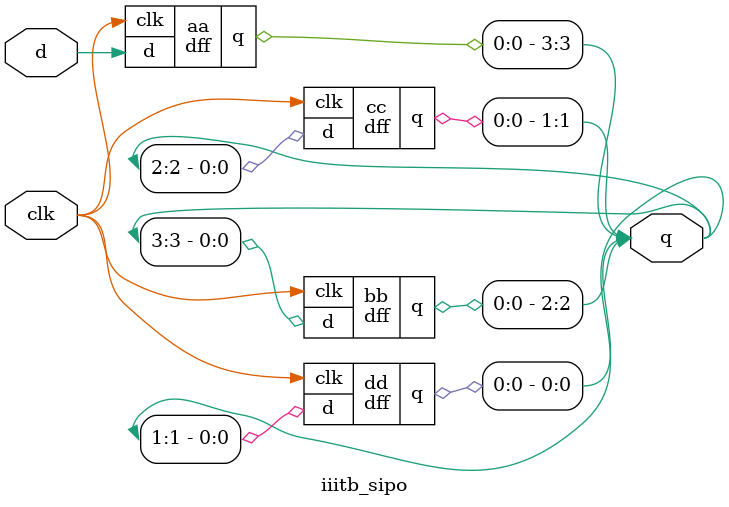
<source format=v>
module dff(d,clk,q);
    input d,clk;
    output q;
    reg q=0;
    always @ (posedge clk)
    begin
    q<=d;
    end
endmodule 

module iiitb_sipo(d, clk, q);
    input d,clk;
    output [3:0]q;
    dff aa(d, clk, q[3]);
    dff bb(q[3], clk, q[2]);
    dff cc(q[2], clk, q[1]);
    dff dd(q[1], clk, q[0]);
endmodule

</source>
